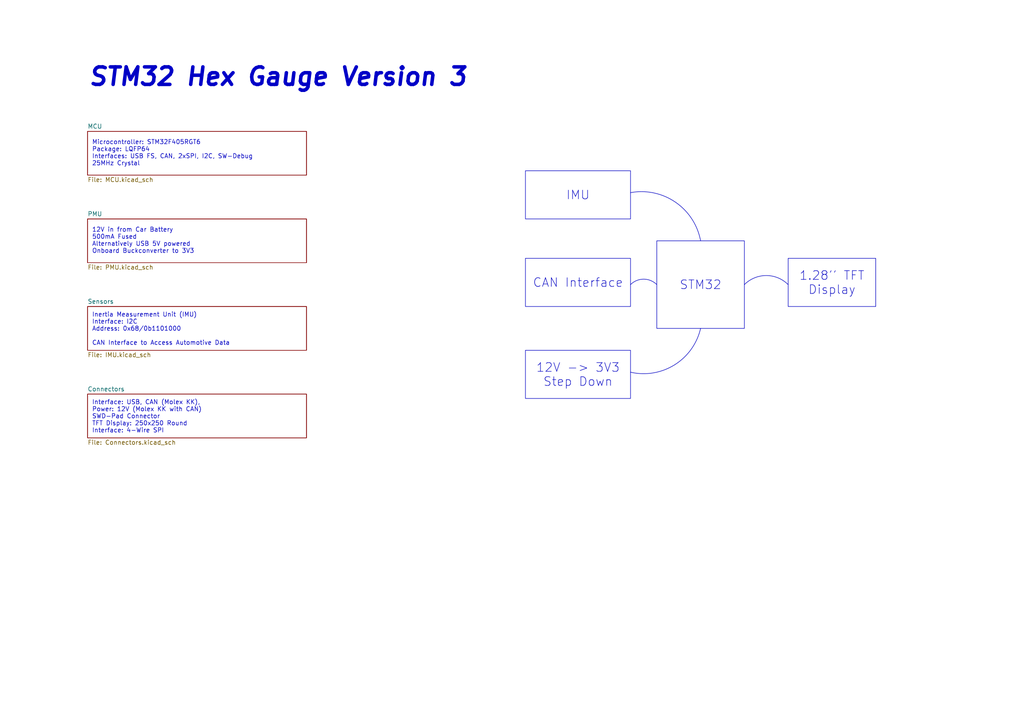
<source format=kicad_sch>
(kicad_sch (version 20230121) (generator eeschema)
  (paper "A4")
  (title_block (title "STM32 Hex Gauge") (date "2023-08-02") (rev "R1") (company "s-grundner") (comment 1 "Multipurpose Automotive Gauge"))
  (lib_symbols)
  (arc (start 215.9 82.55) (mid 222.25 79.9198) (end 228.6 82.55))
  (arc (start 182.88 82.55) (mid 186.69 80.9719) (end 190.5 82.55))
  (arc (start 203.2 95.25) (mid 195.6703 105.8084) (end 182.88 107.95))
  (arc (start 182.88 55.88) (mid 195.9333 58.6566) (end 203.2 69.85))
  (text_box "IMU" (at 152.4 49.53 0) (size 30.48 13.97) (effects (font (size 2.54 2.54))))
  (text_box "1.28'' TFT\nDisplay\n" (at 228.6 74.93 0) (size 25.4 13.97) (effects (font (size 2.54 2.54))))
  (text_box "CAN Interface" (at 152.4 74.93 0) (size 30.48 13.97) (effects (font (size 2.54 2.54))))
  (text_box "12V -> 3V3\nStep Down" (at 152.4 101.6 0) (size 30.48 13.97) (effects (font (size 2.54 2.54))))
  (text_box "STM32" (at 190.5 69.85 0) (size 25.4 25.4) (fill (type color)) (effects (font (size 2.54 2.54))))
  (text "Interface: USB, CAN (Molex KK), \nPower: 12V (Molex KK with CAN)\nSWD-Pad Connector\nTFT Display: 250x250 Round\nInterface: 4-Wire SPI" (at 26.67 125.73 0) (effects (font (size 1.27 1.27)) (justify left bottom)))
  (text "STM32 Hex Gauge Version 3" (at 25.4 25.4 0) (effects (font (size 5.08 5.08) (thickness 1.016) bold italic) (justify left bottom)))
  (text "12V in from Car Battery\n500mA Fused\nAlternatively USB 5V powered\nOnboard Buckconverter to 3V3" (at 26.67 73.66 0) (effects (font (size 1.27 1.27)) (justify left bottom)))
  (text "Microcontroller: STM32F405RGT6\nPackage: LQFP64\nInterfaces: USB FS, CAN, 2xSPI, I2C, SW-Debug\n25MHz Crystal\n" (at 26.67 48.26 0) (effects (font (size 1.27 1.27)) (justify left bottom)))
  (text "Inertia Measurement Unit (IMU)\nInterface: I2C\nAddress: 0x68/0b1101000\n\nCAN Interface to Access Automotive Data" (at 26.67 100.33 0) (effects (font (size 1.27 1.27)) (justify left bottom)))
  (sheet (at 25.4 63.5) (size 63.5 12.7) (stroke (width 0.1524))
    (property "Sheetname" "PMU" (at 25.4 62.7884 0) (effects (justify left bottom)))
    (property "Sheetfile" "PMU.kicad_sch" (at 25.4 76.7846 0) (effects (justify left top)))
  )
  (sheet (at 25.4 88.9) (size 63.5 12.7) (stroke (width 0.1524))
    (property "Sheetname" "Sensors" (at 25.4 88.1884 0) (effects (justify left bottom)))
    (property "Sheetfile" "IMU.kicad_sch" (at 25.4 102.1846 0) (effects (justify left top)))
  )
  (sheet (at 25.4 114.3) (size 63.5 12.7) (stroke (width 0.1524))
    (property "Sheetname" "Connectors" (at 25.4 113.5884 0) (effects (justify left bottom)))
    (property "Sheetfile" "Connectors.kicad_sch" (at 25.4 127.5846 0) (effects (justify left top)))
  )
  (sheet (at 25.4 38.1) (size 63.5 12.7) (stroke (width 0.1524))
    (property "Sheetname" "MCU" (at 25.4 37.3884 0) (effects (justify left bottom)))
    (property "Sheetfile" "MCU.kicad_sch" (at 25.4 51.3846 0) (effects (justify left top)))
  )
)
</source>
